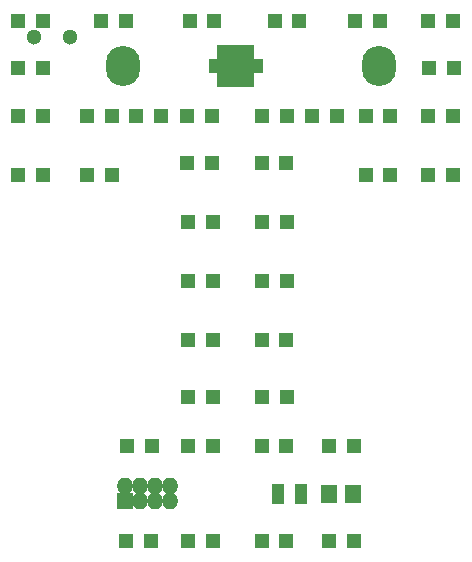
<source format=gbr>
G04 #@! TF.GenerationSoftware,KiCad,Pcbnew,(5.0.0)*
G04 #@! TF.CreationDate,2019-08-28T15:04:53-04:00*
G04 #@! TF.ProjectId,Tiny-er T,54696E792D657220542E6B696361645F,rev?*
G04 #@! TF.SameCoordinates,Original*
G04 #@! TF.FileFunction,Soldermask,Top*
G04 #@! TF.FilePolarity,Negative*
%FSLAX46Y46*%
G04 Gerber Fmt 4.6, Leading zero omitted, Abs format (unit mm)*
G04 Created by KiCad (PCBNEW (5.0.0)) date 08/28/19 15:04:53*
%MOMM*%
%LPD*%
G01*
G04 APERTURE LIST*
%ADD10R,1.200000X1.300000*%
%ADD11R,1.100000X1.700000*%
%ADD12O,2.900000X3.400000*%
%ADD13R,1.400000X1.400000*%
%ADD14O,1.400000X1.400000*%
%ADD15R,2.400000X1.400000*%
%ADD16R,1.250000X0.700000*%
%ADD17R,0.700000X1.250000*%
%ADD18R,1.400000X1.650000*%
%ADD19C,1.300000*%
G04 APERTURE END LIST*
D10*
G04 #@! TO.C,D1*
X91600000Y-91000000D03*
X93700000Y-91000000D03*
G04 #@! TD*
G04 #@! TO.C,D2*
X91600000Y-86000000D03*
X93700000Y-86000000D03*
G04 #@! TD*
G04 #@! TO.C,D3*
X91600000Y-82000000D03*
X93700000Y-82000000D03*
G04 #@! TD*
G04 #@! TO.C,D4*
X91600000Y-78000000D03*
X93700000Y-78000000D03*
G04 #@! TD*
G04 #@! TO.C,D5*
X98600000Y-78000000D03*
X100700000Y-78000000D03*
G04 #@! TD*
G04 #@! TO.C,D6*
X106100000Y-78000000D03*
X108200000Y-78000000D03*
G04 #@! TD*
G04 #@! TO.C,D7*
X113300000Y-78000000D03*
X115400000Y-78000000D03*
G04 #@! TD*
G04 #@! TO.C,D8*
X120100000Y-78000000D03*
X122200000Y-78000000D03*
G04 #@! TD*
G04 #@! TO.C,D9*
X126300000Y-78000000D03*
X128400000Y-78000000D03*
G04 #@! TD*
G04 #@! TO.C,D10*
X126350000Y-82000000D03*
X128450000Y-82000000D03*
G04 #@! TD*
G04 #@! TO.C,D11*
X126300000Y-86000000D03*
X128400000Y-86000000D03*
G04 #@! TD*
G04 #@! TO.C,D12*
X126300000Y-91000000D03*
X128400000Y-91000000D03*
G04 #@! TD*
G04 #@! TO.C,D13*
X121000000Y-91000000D03*
X123100000Y-91000000D03*
G04 #@! TD*
G04 #@! TO.C,D14*
X121000000Y-86000000D03*
X123100000Y-86000000D03*
G04 #@! TD*
G04 #@! TO.C,D15*
X116500000Y-86000000D03*
X118600000Y-86000000D03*
G04 #@! TD*
G04 #@! TO.C,D16*
X112250000Y-86000000D03*
X114350000Y-86000000D03*
G04 #@! TD*
G04 #@! TO.C,D17*
X112200000Y-90000000D03*
X114300000Y-90000000D03*
G04 #@! TD*
G04 #@! TO.C,D18*
X112250000Y-95000000D03*
X114350000Y-95000000D03*
G04 #@! TD*
G04 #@! TO.C,D19*
X112250000Y-100000000D03*
X114350000Y-100000000D03*
G04 #@! TD*
G04 #@! TO.C,D20*
X112200000Y-105000000D03*
X114300000Y-105000000D03*
G04 #@! TD*
G04 #@! TO.C,D21*
X112250000Y-109800000D03*
X114350000Y-109800000D03*
G04 #@! TD*
G04 #@! TO.C,D22*
X112200000Y-114000000D03*
X114300000Y-114000000D03*
G04 #@! TD*
G04 #@! TO.C,D23*
X117900000Y-114000000D03*
X120000000Y-114000000D03*
G04 #@! TD*
G04 #@! TO.C,D24*
X117900000Y-122000000D03*
X120000000Y-122000000D03*
G04 #@! TD*
G04 #@! TO.C,D25*
X112200000Y-122000000D03*
X114300000Y-122000000D03*
G04 #@! TD*
G04 #@! TO.C,D26*
X105950000Y-122000000D03*
X108050000Y-122000000D03*
G04 #@! TD*
G04 #@! TO.C,D27*
X100700000Y-122000000D03*
X102800000Y-122000000D03*
G04 #@! TD*
G04 #@! TO.C,D28*
X100800000Y-114000000D03*
X102900000Y-114000000D03*
G04 #@! TD*
G04 #@! TO.C,D29*
X105950000Y-114000000D03*
X108050000Y-114000000D03*
G04 #@! TD*
G04 #@! TO.C,D30*
X105950000Y-109800000D03*
X108050000Y-109800000D03*
G04 #@! TD*
G04 #@! TO.C,D31*
X105950000Y-105000000D03*
X108050000Y-105000000D03*
G04 #@! TD*
G04 #@! TO.C,D32*
X105950000Y-100000000D03*
X108050000Y-100000000D03*
G04 #@! TD*
G04 #@! TO.C,D33*
X106000000Y-95000000D03*
X108100000Y-95000000D03*
G04 #@! TD*
G04 #@! TO.C,D34*
X105900000Y-90000000D03*
X108000000Y-90000000D03*
G04 #@! TD*
G04 #@! TO.C,D35*
X105900000Y-86000000D03*
X108000000Y-86000000D03*
G04 #@! TD*
G04 #@! TO.C,D36*
X101600000Y-86000000D03*
X103700000Y-86000000D03*
G04 #@! TD*
G04 #@! TO.C,D37*
X97450000Y-86000000D03*
X99550000Y-86000000D03*
G04 #@! TD*
G04 #@! TO.C,D38*
X97400000Y-91000000D03*
X99500000Y-91000000D03*
G04 #@! TD*
D11*
G04 #@! TO.C,R1*
X115500000Y-118000000D03*
X113600000Y-118000000D03*
G04 #@! TD*
D12*
G04 #@! TO.C,J1*
X100500000Y-81826100D03*
X122100000Y-81826100D03*
G04 #@! TD*
D13*
G04 #@! TO.C,J2*
X100660000Y-118600000D03*
D14*
X100660000Y-117330000D03*
X101930000Y-118600000D03*
X101930000Y-117330000D03*
X103200000Y-118600000D03*
X103200000Y-117330000D03*
X104470000Y-118600000D03*
X104470000Y-117330000D03*
G04 #@! TD*
D15*
G04 #@! TO.C,U2*
X110000000Y-81800000D03*
D16*
X108300000Y-82050000D03*
X108300000Y-81550000D03*
D17*
X108750000Y-80600000D03*
X109250000Y-80600000D03*
X109750000Y-80600000D03*
X110250000Y-80600000D03*
X110750000Y-80600000D03*
X111250000Y-80600000D03*
D16*
X111700000Y-81550000D03*
X111700000Y-82050000D03*
D17*
X111250000Y-83000000D03*
X110750000Y-83000000D03*
X110250000Y-83000000D03*
X109750000Y-83000000D03*
X109250000Y-83000000D03*
X108750000Y-83000000D03*
G04 #@! TD*
D18*
G04 #@! TO.C,C1*
X119900000Y-118000000D03*
X117900000Y-118000000D03*
G04 #@! TD*
D19*
G04 #@! TO.C,POWER0*
X95950000Y-79320000D03*
X92950000Y-79320000D03*
G04 #@! TD*
M02*

</source>
